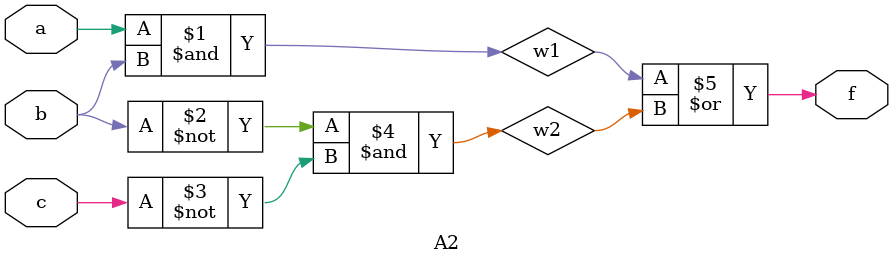
<source format=v>
`timescale 1ns / 1ps
module A2(
    input a,b,c,
    output f
);

wire w1;
wire w2;

and g1(w1,a,b);
and g2(w2,~b,~c);
or g3(f,w1,w2);
endmodule
</source>
